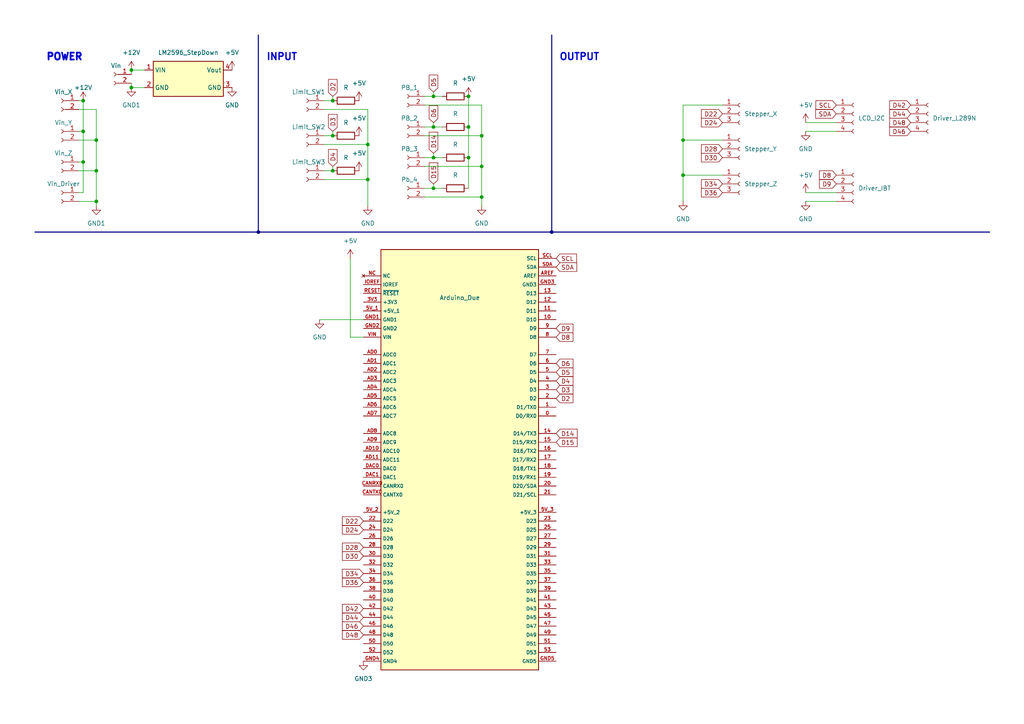
<source format=kicad_sch>
(kicad_sch (version 20211123) (generator eeschema)
  (paper "A4")
  (lib_symbols
    (symbol "Connector:Conn_01x02_Female" (pin_names (offset 1.016) hide)
      (property "Reference" "J" (at 0 2.54 0))
      (property "Value" "Conn_01x02_Female" (at 0 -5.08 0))
      (symbol "Conn_01x02_Female_1_1"
        (arc (start 0 -2.032) (mid -0.508 -2.54) (end 0 -3.048) (stroke (width 0.1524)))
        (polyline (pts (xy -1.27 -2.54) (xy -0.508 -2.54)) (stroke (width 0.1524)))
        (polyline (pts (xy -1.27 0) (xy -0.508 0)) (stroke (width 0.1524)))
        (arc (start 0 0.508) (mid -0.508 0) (end 0 -0.508) (stroke (width 0.1524)))
        (pin passive line (at -5.08 0 0) (length 3.81) (name "Pin_1") (number "1"))
        (pin passive line (at -5.08 -2.54 0) (length 3.81) (name "Pin_2") (number "2"))
      )
    )
    (symbol "Connector:Conn_01x03_Female" (pin_names (offset 1.016) hide)
      (property "Reference" "J" (at 0 5.08 0))
      (property "Value" "Conn_01x03_Female" (at 0 -5.08 0))
      (symbol "Conn_01x03_Female_1_1"
        (arc (start 0 -2.032) (mid -0.508 -2.54) (end 0 -3.048) (stroke (width 0.1524)))
        (polyline (pts (xy -1.27 -2.54) (xy -0.508 -2.54)) (stroke (width 0.1524)))
        (polyline (pts (xy -1.27 0) (xy -0.508 0)) (stroke (width 0.1524)))
        (polyline (pts (xy -1.27 2.54) (xy -0.508 2.54)) (stroke (width 0.1524)))
        (arc (start 0 0.508) (mid -0.508 0) (end 0 -0.508) (stroke (width 0.1524)))
        (arc (start 0 3.048) (mid -0.508 2.54) (end 0 2.032) (stroke (width 0.1524)))
        (pin passive line (at -5.08 2.54 0) (length 3.81) (name "Pin_1") (number "1"))
        (pin passive line (at -5.08 0 0) (length 3.81) (name "Pin_2") (number "2"))
        (pin passive line (at -5.08 -2.54 0) (length 3.81) (name "Pin_3") (number "3"))
      )
    )
    (symbol "Connector:Conn_01x04_Female" (pin_names (offset 1.016) hide)
      (property "Reference" "J" (at 0 5.08 0))
      (property "Value" "Conn_01x04_Female" (at 0 -7.62 0))
      (symbol "Conn_01x04_Female_1_1"
        (arc (start 0 -4.572) (mid -0.508 -5.08) (end 0 -5.588) (stroke (width 0.1524)))
        (arc (start 0 -2.032) (mid -0.508 -2.54) (end 0 -3.048) (stroke (width 0.1524)))
        (polyline (pts (xy -1.27 -5.08) (xy -0.508 -5.08)) (stroke (width 0.1524)))
        (polyline (pts (xy -1.27 -2.54) (xy -0.508 -2.54)) (stroke (width 0.1524)))
        (polyline (pts (xy -1.27 0) (xy -0.508 0)) (stroke (width 0.1524)))
        (polyline (pts (xy -1.27 2.54) (xy -0.508 2.54)) (stroke (width 0.1524)))
        (arc (start 0 0.508) (mid -0.508 0) (end 0 -0.508) (stroke (width 0.1524)))
        (arc (start 0 3.048) (mid -0.508 2.54) (end 0 2.032) (stroke (width 0.1524)))
        (pin passive line (at -5.08 2.54 0) (length 3.81) (name "Pin_1") (number "1"))
        (pin passive line (at -5.08 0 0) (length 3.81) (name "Pin_2") (number "2"))
        (pin passive line (at -5.08 -2.54 0) (length 3.81) (name "Pin_3") (number "3"))
        (pin passive line (at -5.08 -5.08 0) (length 3.81) (name "Pin_4") (number "4"))
      )
    )
    (symbol "Device:R" (pin_numbers hide) (pin_names (offset 0))
      (property "Reference" "R" (at 2.032 0 90))
      (property "Value" "R" (at 0 0 90))
      (symbol "R_0_1"
        (rectangle (start -1.016 -2.54) (end 1.016 2.54) (stroke (width 0.254)))
      )
      (symbol "R_1_1"
        (pin passive line (at 0 3.81 270) (length 1.27) (name "~") (number "1"))
        (pin passive line (at 0 -3.81 90) (length 1.27) (name "~") (number "2"))
      )
    )
    (symbol "LM2596:LM2596_StepDown"
      (property "Reference" "U" (at 0 0 0))
      (property "Value" "LM2596_StepDown" (at 0 6.35 0))
      (symbol "LM2596_StepDown_0_1"
        (rectangle (start -10.16 5.08) (end 10.16 -5.08) (stroke (width 0.254)) (fill (type background)))
      )
      (symbol "LM2596_StepDown_1_1"
        (pin power_in line (at -12.7 2.54 0) (length 2.54) (name "VIN") (number "1"))
        (pin input line (at -12.7 -2.54 0) (length 2.54) (name "GND") (number "2"))
        (pin output line (at 12.7 -2.54 180) (length 2.54) (name "GND") (number "3"))
        (pin input line (at 12.7 2.54 180) (length 2.54) (name "Vout") (number "4"))
      )
    )
    (symbol "MCU_Module:Arduino_Due"
      (property "Reference" "U" (at -1.27 3.81 0))
      (property "Value" "Arduino_Due" (at -2.54 6.35 0))
      (symbol "Arduino_Due_0_0"
        (rectangle (start -21.59 -58.42) (end 24.13 63.5) (stroke (width 0.254)) (fill (type background)))
        (pin bidirectional line (at 29.21 15.24 180) (length 5.08) (name "D0/RX0") (number "0"))
        (pin bidirectional line (at 29.21 17.78 180) (length 5.08) (name "D1/TX0") (number "1"))
        (pin bidirectional line (at 29.21 43.18 180) (length 5.08) (name "D10") (number "10"))
        (pin bidirectional line (at 29.21 45.72 180) (length 5.08) (name "D11") (number "11"))
        (pin bidirectional line (at 29.21 48.26 180) (length 5.08) (name "D12") (number "12"))
        (pin bidirectional line (at 29.21 50.8 180) (length 5.08) (name "D13") (number "13"))
        (pin bidirectional line (at 29.21 10.16 180) (length 5.08) (name "D14/TX3") (number "14"))
        (pin bidirectional line (at 29.21 7.62 180) (length 5.08) (name "D15/RX3") (number "15"))
        (pin bidirectional line (at 29.21 5.08 180) (length 5.08) (name "D16/TX2") (number "16"))
        (pin bidirectional line (at 29.21 2.54 180) (length 5.08) (name "D17/RX2") (number "17"))
        (pin bidirectional line (at 29.21 0 180) (length 5.08) (name "D18/TX1") (number "18"))
        (pin bidirectional line (at 29.21 -2.54 180) (length 5.08) (name "D19/RX1") (number "19"))
        (pin bidirectional line (at 29.21 20.32 180) (length 5.08) (name "D2") (number "2"))
        (pin bidirectional line (at 29.21 -5.08 180) (length 5.08) (name "D20/SDA") (number "20"))
        (pin bidirectional line (at 29.21 -7.62 180) (length 5.08) (name "D21/SCL") (number "21"))
        (pin bidirectional line (at -26.67 -15.24 0) (length 5.08) (name "D22") (number "22"))
        (pin bidirectional line (at 29.21 -15.24 180) (length 5.08) (name "D23") (number "23"))
        (pin bidirectional line (at -26.67 -17.78 0) (length 5.08) (name "D24") (number "24"))
        (pin bidirectional line (at 29.21 -17.78 180) (length 5.08) (name "D25") (number "25"))
        (pin bidirectional line (at -26.67 -20.32 0) (length 5.08) (name "D26") (number "26"))
        (pin bidirectional line (at 29.21 -20.32 180) (length 5.08) (name "D27") (number "27"))
        (pin bidirectional line (at -26.67 -22.86 0) (length 5.08) (name "D28") (number "28"))
        (pin bidirectional line (at 29.21 -22.86 180) (length 5.08) (name "D29") (number "29"))
        (pin bidirectional line (at 29.21 22.86 180) (length 5.08) (name "D3") (number "3"))
        (pin bidirectional line (at -26.67 -25.4 0) (length 5.08) (name "D30") (number "30"))
        (pin bidirectional line (at 29.21 -25.4 180) (length 5.08) (name "D31") (number "31"))
        (pin bidirectional line (at -26.67 -27.94 0) (length 5.08) (name "D32") (number "32"))
        (pin bidirectional line (at 29.21 -27.94 180) (length 5.08) (name "D33") (number "33"))
        (pin bidirectional line (at -26.67 -30.48 0) (length 5.08) (name "D34") (number "34"))
        (pin bidirectional line (at 29.21 -30.48 180) (length 5.08) (name "D35") (number "35"))
        (pin bidirectional line (at -26.67 -33.02 0) (length 5.08) (name "D36") (number "36"))
        (pin bidirectional line (at 29.21 -33.02 180) (length 5.08) (name "D37") (number "37"))
        (pin bidirectional line (at -26.67 -35.56 0) (length 5.08) (name "D38") (number "38"))
        (pin bidirectional line (at 29.21 -35.56 180) (length 5.08) (name "D39") (number "39"))
        (pin power_in line (at -26.67 48.26 0) (length 5.08) (name "+3V3") (number "3V3"))
        (pin bidirectional line (at 29.21 25.4 180) (length 5.08) (name "D4") (number "4"))
        (pin bidirectional line (at -26.67 -38.1 0) (length 5.08) (name "D40") (number "40"))
        (pin bidirectional line (at 29.21 -38.1 180) (length 5.08) (name "D41") (number "41"))
        (pin bidirectional line (at -26.67 -40.64 0) (length 5.08) (name "D42") (number "42"))
        (pin bidirectional line (at 29.21 -40.64 180) (length 5.08) (name "D43") (number "43"))
        (pin bidirectional line (at -26.67 -43.18 0) (length 5.08) (name "D44") (number "44"))
        (pin bidirectional line (at 29.21 -43.18 180) (length 5.08) (name "D45") (number "45"))
        (pin bidirectional line (at -26.67 -45.72 0) (length 5.08) (name "D46") (number "46"))
        (pin bidirectional line (at 29.21 -45.72 180) (length 5.08) (name "D47") (number "47"))
        (pin bidirectional line (at -26.67 -48.26 0) (length 5.08) (name "D48") (number "48"))
        (pin bidirectional line (at 29.21 -48.26 180) (length 5.08) (name "D49") (number "49"))
        (pin bidirectional line (at 29.21 27.94 180) (length 5.08) (name "D5") (number "5"))
        (pin bidirectional line (at -26.67 -50.8 0) (length 5.08) (name "D50") (number "50"))
        (pin bidirectional line (at 29.21 -50.8 180) (length 5.08) (name "D51") (number "51"))
        (pin bidirectional line (at -26.67 -53.34 0) (length 5.08) (name "D52") (number "52"))
        (pin bidirectional line (at 29.21 -53.34 180) (length 5.08) (name "D53") (number "53"))
        (pin power_in line (at -26.67 45.72 0) (length 5.08) (name "+5V_1") (number "5V_1"))
        (pin power_in line (at -26.67 -12.7 0) (length 5.08) (name "+5V_2") (number "5V_2"))
        (pin power_in line (at 29.21 -12.7 180) (length 5.08) (name "+5V_3") (number "5V_3"))
        (pin bidirectional line (at 29.21 30.48 180) (length 5.08) (name "D6") (number "6"))
        (pin bidirectional line (at 29.21 33.02 180) (length 5.08) (name "D7") (number "7"))
        (pin bidirectional line (at 29.21 38.1 180) (length 5.08) (name "D8") (number "8"))
        (pin bidirectional line (at 29.21 40.64 180) (length 5.08) (name "D9") (number "9"))
        (pin bidirectional line (at -26.67 33.02 0) (length 5.08) (name "ADC0") (number "AD0"))
        (pin bidirectional line (at -26.67 30.48 0) (length 5.08) (name "ADC1") (number "AD1"))
        (pin bidirectional line (at -26.67 5.08 0) (length 5.08) (name "ADC10") (number "AD10"))
        (pin bidirectional line (at -26.67 2.54 0) (length 5.08) (name "ADC11") (number "AD11"))
        (pin bidirectional line (at -26.67 27.94 0) (length 5.08) (name "ADC2") (number "AD2"))
        (pin bidirectional line (at -26.67 25.4 0) (length 5.08) (name "ADC3") (number "AD3"))
        (pin bidirectional line (at -26.67 22.86 0) (length 5.08) (name "ADC4") (number "AD4"))
        (pin bidirectional line (at -26.67 20.32 0) (length 5.08) (name "ADC5") (number "AD5"))
        (pin bidirectional line (at -26.67 17.78 0) (length 5.08) (name "ADC6") (number "AD6"))
        (pin bidirectional line (at -26.67 15.24 0) (length 5.08) (name "ADC7") (number "AD7"))
        (pin bidirectional line (at -26.67 10.16 0) (length 5.08) (name "ADC8") (number "AD8"))
        (pin bidirectional line (at -26.67 7.62 0) (length 5.08) (name "ADC9") (number "AD9"))
        (pin input line (at 29.21 55.88 180) (length 5.08) (name "AREF") (number "AREF"))
        (pin bidirectional line (at -26.67 -5.08 0) (length 5.08) (name "CANRX0") (number "CANRX0"))
        (pin bidirectional line (at -26.67 -7.62 0) (length 5.08) (name "CANTX0") (number "CANTX0"))
        (pin bidirectional line (at -26.67 0 0) (length 5.08) (name "DAC0") (number "DAC0"))
        (pin bidirectional line (at -26.67 -2.54 0) (length 5.08) (name "DAC1") (number "DAC1"))
        (pin power_in line (at -26.67 43.18 0) (length 5.08) (name "GND1") (number "GND1"))
        (pin power_in line (at -26.67 40.64 0) (length 5.08) (name "GND2") (number "GND2"))
        (pin power_in line (at 29.21 53.34 180) (length 5.08) (name "GND3") (number "GND3"))
        (pin power_in line (at -26.67 -55.88 0) (length 5.08) (name "GND4") (number "GND4"))
        (pin power_in line (at 29.21 -55.88 180) (length 5.08) (name "GND5") (number "GND5"))
        (pin bidirectional line (at -26.67 53.34 0) (length 5.08) (name "IOREF") (number "IOREF"))
        (pin no_connect line (at -26.67 55.88 0) (length 5.08) (name "NC") (number "NC"))
        (pin input line (at -26.67 50.8 0) (length 5.08) (name "~{RESET}") (number "RESET"))
        (pin bidirectional line (at 29.21 60.96 180) (length 5.08) (name "SCL") (number "SCL"))
        (pin bidirectional line (at 29.21 58.42 180) (length 5.08) (name "SDA") (number "SDA"))
        (pin input line (at -26.67 38.1 0) (length 5.08) (name "VIN") (number "VIN"))
      )
    )
    (symbol "power:+12V" (power) (pin_names (offset 0))
      (property "Value" "+12V" (at 0 3.556 0))
      (symbol "+12V_0_1"
        (polyline (pts (xy -0.762 1.27) (xy 0 2.54)))
        (polyline (pts (xy 0 0) (xy 0 2.54)))
        (polyline (pts (xy 0 2.54) (xy 0.762 1.27)))
      )
      (symbol "+12V_1_1"
        (pin power_in line (at 0 0 90) (length 0) hide (name "+12V") (number "1"))
      )
    )
    (symbol "power:+5V" (power) (pin_names (offset 0))
      (property "Value" "+5V" (at 0 3.556 0))
      (symbol "+5V_0_1"
        (polyline (pts (xy -0.762 1.27) (xy 0 2.54)))
        (polyline (pts (xy 0 0) (xy 0 2.54)))
        (polyline (pts (xy 0 2.54) (xy 0.762 1.27)))
      )
      (symbol "+5V_1_1"
        (pin power_in line (at 0 0 90) (length 0) hide (name "+5V") (number "1"))
      )
    )
    (symbol "power:GND" (power) (pin_names (offset 0))
      (property "Value" "GND" (at 0 -3.81 0))
      (symbol "GND_0_1"
        (polyline (pts (xy 0 0) (xy 0 -1.27) (xy 1.27 -1.27) (xy 0 -2.54) (xy -1.27 -1.27) (xy 0 -1.27)))
      )
      (symbol "GND_1_1"
        (pin power_in line (at 0 0 270) (length 0) hide (name "GND") (number "1"))
      )
    )
    (symbol "power:GND1" (power) (pin_names (offset 0))
      (property "Value" "GND1" (at 0 -3.81 0))
      (symbol "GND1_0_1"
        (polyline (pts (xy 0 0) (xy 0 -1.27) (xy 1.27 -1.27) (xy 0 -2.54) (xy -1.27 -1.27) (xy 0 -1.27)))
      )
      (symbol "GND1_1_1"
        (pin power_in line (at 0 0 270) (length 0) hide (name "GND1") (number "1"))
      )
    )
    (symbol "power:GND3" (power) (pin_names (offset 0))
      (property "Value" "GND3" (at 0 -3.81 0))
      (symbol "GND3_0_1"
        (polyline (pts (xy 0 0) (xy 0 -1.27) (xy 1.27 -1.27) (xy 0 -2.54) (xy -1.27 -1.27) (xy 0 -1.27)))
      )
      (symbol "GND3_1_1"
        (pin power_in line (at 0 0 270) (length 0) hide (name "GND3") (number "1"))
      )
    )
  )
  (junction (at 125.73 45.72))
  (junction (at 24.13 46.99))
  (junction (at 24.13 38.1))
  (junction (at 135.89 27.94))
  (junction (at 27.94 40.64))
  (junction (at 24.13 29.21))
  (junction (at 160.02 67.31))
  (junction (at 139.7 39.37))
  (junction (at 135.89 45.72))
  (junction (at 125.73 54.61))
  (junction (at 106.68 52.07))
  (junction (at 139.7 48.26))
  (junction (at 198.12 50.8))
  (junction (at 27.94 58.42))
  (junction (at 135.89 36.83))
  (junction (at 27.94 49.53))
  (junction (at 139.7 57.15))
  (junction (at 125.73 27.94))
  (junction (at 96.52 29.21))
  (junction (at 106.68 41.91))
  (junction (at 74.93 67.31))
  (junction (at 38.1 25.4))
  (junction (at 38.1 20.32))
  (junction (at 198.12 40.64))
  (junction (at 96.52 49.53))
  (junction (at 125.73 36.83))
  (junction (at 96.52 39.37))
  (wire (pts (xy 123.19 39.37) (xy 139.7 39.37)))
  (wire (pts (xy 139.7 30.48) (xy 139.7 39.37)))
  (wire (pts (xy 24.13 38.1) (xy 24.13 29.21)))
  (bus (pts (xy 10.16 67.31) (xy 74.93 67.31)))
  (wire (pts (xy 24.13 46.99) (xy 24.13 38.1)))
  (wire (pts (xy 105.41 97.79) (xy 101.6 97.79)))
  (wire (pts (xy 198.12 50.8) (xy 198.12 58.42)))
  (wire (pts (xy 125.73 44.45) (xy 125.73 45.72)))
  (wire (pts (xy 38.1 20.32) (xy 38.1 21.59)))
  (wire (pts (xy 139.7 39.37) (xy 139.7 48.26)))
  (wire (pts (xy 242.57 35.56) (xy 233.68 35.56)))
  (wire (pts (xy 125.73 45.72) (xy 128.27 45.72)))
  (wire (pts (xy 123.19 54.61) (xy 125.73 54.61)))
  (wire (pts (xy 22.86 31.75) (xy 27.94 31.75)))
  (wire (pts (xy 125.73 35.56) (xy 125.73 36.83)))
  (wire (pts (xy 123.19 36.83) (xy 125.73 36.83)))
  (bus (pts (xy 160.02 67.31) (xy 287.02 67.31)))
  (wire (pts (xy 209.55 50.8) (xy 198.12 50.8)))
  (wire (pts (xy 125.73 27.94) (xy 128.27 27.94)))
  (wire (pts (xy 125.73 36.83) (xy 128.27 36.83)))
  (wire (pts (xy 24.13 29.21) (xy 22.86 29.21)))
  (wire (pts (xy 96.52 48.26) (xy 96.52 49.53)))
  (wire (pts (xy 106.68 59.69) (xy 106.68 52.07)))
  (wire (pts (xy 41.91 20.32) (xy 38.1 20.32)))
  (wire (pts (xy 135.89 54.61) (xy 135.89 45.72)))
  (wire (pts (xy 24.13 55.88) (xy 24.13 46.99)))
  (wire (pts (xy 38.1 24.13) (xy 38.1 25.4)))
  (wire (pts (xy 123.19 48.26) (xy 139.7 48.26)))
  (wire (pts (xy 92.71 92.71) (xy 105.41 92.71)))
  (wire (pts (xy 139.7 57.15) (xy 139.7 59.69)))
  (wire (pts (xy 209.55 40.64) (xy 198.12 40.64)))
  (wire (pts (xy 242.57 55.88) (xy 233.68 55.88)))
  (wire (pts (xy 135.89 36.83) (xy 135.89 45.72)))
  (wire (pts (xy 96.52 38.1) (xy 96.52 39.37)))
  (wire (pts (xy 22.86 46.99) (xy 24.13 46.99)))
  (wire (pts (xy 22.86 49.53) (xy 27.94 49.53)))
  (bus (pts (xy 74.93 67.31) (xy 160.02 67.31)))
  (wire (pts (xy 93.98 31.75) (xy 106.68 31.75)))
  (wire (pts (xy 27.94 49.53) (xy 27.94 58.42)))
  (wire (pts (xy 27.94 59.69) (xy 27.94 58.42)))
  (wire (pts (xy 125.73 54.61) (xy 128.27 54.61)))
  (bus (pts (xy 74.93 10.16) (xy 74.93 67.31)))
  (wire (pts (xy 123.19 57.15) (xy 139.7 57.15)))
  (wire (pts (xy 198.12 30.48) (xy 198.12 40.64)))
  (wire (pts (xy 123.19 27.94) (xy 125.73 27.94)))
  (wire (pts (xy 209.55 30.48) (xy 198.12 30.48)))
  (wire (pts (xy 106.68 41.91) (xy 106.68 52.07)))
  (wire (pts (xy 93.98 39.37) (xy 96.52 39.37)))
  (wire (pts (xy 93.98 29.21) (xy 96.52 29.21)))
  (wire (pts (xy 106.68 52.07) (xy 93.98 52.07)))
  (wire (pts (xy 27.94 40.64) (xy 27.94 49.53)))
  (wire (pts (xy 22.86 58.42) (xy 27.94 58.42)))
  (wire (pts (xy 139.7 48.26) (xy 139.7 57.15)))
  (wire (pts (xy 242.57 58.42) (xy 233.68 58.42)))
  (wire (pts (xy 123.19 30.48) (xy 139.7 30.48)))
  (wire (pts (xy 125.73 26.67) (xy 125.73 27.94)))
  (wire (pts (xy 22.86 40.64) (xy 27.94 40.64)))
  (wire (pts (xy 93.98 41.91) (xy 106.68 41.91)))
  (bus (pts (xy 160.02 10.16) (xy 160.02 67.31)))
  (wire (pts (xy 106.68 31.75) (xy 106.68 41.91)))
  (wire (pts (xy 93.98 49.53) (xy 96.52 49.53)))
  (wire (pts (xy 135.89 36.83) (xy 135.89 27.94)))
  (wire (pts (xy 198.12 40.64) (xy 198.12 50.8)))
  (wire (pts (xy 123.19 45.72) (xy 125.73 45.72)))
  (wire (pts (xy 27.94 31.75) (xy 27.94 40.64)))
  (wire (pts (xy 96.52 27.94) (xy 96.52 29.21)))
  (wire (pts (xy 22.86 38.1) (xy 24.13 38.1)))
  (wire (pts (xy 101.6 97.79) (xy 101.6 74.93)))
  (wire (pts (xy 22.86 55.88) (xy 24.13 55.88)))
  (wire (pts (xy 125.73 53.34) (xy 125.73 54.61)))
  (wire (pts (xy 41.91 25.4) (xy 38.1 25.4)))
  (wire (pts (xy 242.57 38.1) (xy 233.68 38.1)))
  (text "INPUT" (at 86.36 17.78 180) (effects (font (size 2 2) bold) (justify right bottom)))
  (text "OUTPUT" (at 173.99 17.78 180) (effects (font (size 2 2) bold) (justify right bottom)))
  (text "POWER" (at 24.13 17.78 180) (effects (font (size 2 2) (thickness 2.4) bold) (justify right bottom)))
  (global_label "D28" (shape input) (at 105.41 158.75 180) (property "Intersheet References" "${INTERSHEET_REFS}" (effects hide)))
  (global_label "SDA" (shape input) (at 161.29 77.47 0) (property "Intersheet References" "${INTERSHEET_REFS}" (effects hide)))
  (global_label "D8" (shape input) (at 161.29 97.79 0) (property "Intersheet References" "${INTERSHEET_REFS}" (effects hide)))
  (global_label "D22" (shape input) (at 209.55 33.02 180) (property "Intersheet References" "${INTERSHEET_REFS}" (effects hide)))
  (global_label "D46" (shape input) (at 105.41 181.61 180) (property "Intersheet References" "${INTERSHEET_REFS}" (effects hide)))
  (global_label "D9" (shape input) (at 242.57 53.34 180) (property "Intersheet References" "${INTERSHEET_REFS}" (effects hide)))
  (global_label "D34" (shape input) (at 209.55 53.34 180) (property "Intersheet References" "${INTERSHEET_REFS}" (effects hide)))
  (global_label "D2" (shape input) (at 161.29 115.57 0) (property "Intersheet References" "${INTERSHEET_REFS}" (effects hide)))
  (global_label "D9" (shape input) (at 161.29 95.25 0) (property "Intersheet References" "${INTERSHEET_REFS}" (effects hide)))
  (global_label "D42" (shape input) (at 105.41 176.53 180) (property "Intersheet References" "${INTERSHEET_REFS}" (effects hide)))
  (global_label "D3" (shape input) (at 161.29 113.03 0) (property "Intersheet References" "${INTERSHEET_REFS}" (effects hide)))
  (global_label "D22" (shape input) (at 105.41 151.13 180) (property "Intersheet References" "${INTERSHEET_REFS}" (effects hide)))
  (global_label "D24" (shape input) (at 105.41 153.67 180) (property "Intersheet References" "${INTERSHEET_REFS}" (effects hide)))
  (global_label "D44" (shape input) (at 264.16 33.02 180) (property "Intersheet References" "${INTERSHEET_REFS}" (effects hide)))
  (global_label "D8" (shape input) (at 242.57 50.8 180) (property "Intersheet References" "${INTERSHEET_REFS}" (effects hide)))
  (global_label "D14" (shape input) (at 161.29 125.73 0) (property "Intersheet References" "${INTERSHEET_REFS}" (effects hide)))
  (global_label "D5" (shape input) (at 125.73 26.67 90) (property "Intersheet References" "${INTERSHEET_REFS}" (effects hide)))
  (global_label "D30" (shape input) (at 209.55 45.72 180) (property "Intersheet References" "${INTERSHEET_REFS}" (effects hide)))
  (global_label "D42" (shape input) (at 264.16 30.48 180) (property "Intersheet References" "${INTERSHEET_REFS}" (effects hide)))
  (global_label "D28" (shape input) (at 209.55 43.18 180) (property "Intersheet References" "${INTERSHEET_REFS}" (effects hide)))
  (global_label "D5" (shape input) (at 161.29 107.95 0) (property "Intersheet References" "${INTERSHEET_REFS}" (effects hide)))
  (global_label "D4" (shape input) (at 96.52 48.26 90) (property "Intersheet References" "${INTERSHEET_REFS}" (effects hide)))
  (global_label "D15" (shape input) (at 161.29 128.27 0) (property "Intersheet References" "${INTERSHEET_REFS}" (effects hide)))
  (global_label "D3" (shape input) (at 96.52 38.1 90) (property "Intersheet References" "${INTERSHEET_REFS}" (effects hide)))
  (global_label "D15" (shape input) (at 125.73 53.34 90) (property "Intersheet References" "${INTERSHEET_REFS}" (effects hide)))
  (global_label "SCL" (shape input) (at 242.57 30.48 180) (property "Intersheet References" "${INTERSHEET_REFS}" (effects hide)))
  (global_label "D6" (shape input) (at 161.29 105.41 0) (property "Intersheet References" "${INTERSHEET_REFS}" (effects hide)))
  (global_label "D30" (shape input) (at 105.41 161.29 180) (property "Intersheet References" "${INTERSHEET_REFS}" (effects hide)))
  (global_label "D34" (shape input) (at 105.41 166.37 180) (property "Intersheet References" "${INTERSHEET_REFS}" (effects hide)))
  (global_label "D6" (shape input) (at 125.73 35.56 90) (property "Intersheet References" "${INTERSHEET_REFS}" (effects hide)))
  (global_label "D48" (shape input) (at 105.41 184.15 180) (property "Intersheet References" "${INTERSHEET_REFS}" (effects hide)))
  (global_label "D2" (shape input) (at 96.52 27.94 90) (property "Intersheet References" "${INTERSHEET_REFS}" (effects hide)))
  (global_label "D24" (shape input) (at 209.55 35.56 180) (property "Intersheet References" "${INTERSHEET_REFS}" (effects hide)))
  (global_label "D46" (shape input) (at 264.16 38.1 180) (property "Intersheet References" "${INTERSHEET_REFS}" (effects hide)))
  (global_label "SDA" (shape input) (at 242.57 33.02 180) (property "Intersheet References" "${INTERSHEET_REFS}" (effects hide)))
  (global_label "D36" (shape input) (at 209.55 55.88 180) (property "Intersheet References" "${INTERSHEET_REFS}" (effects hide)))
  (global_label "SCL" (shape input) (at 161.29 74.93 0) (property "Intersheet References" "${INTERSHEET_REFS}" (effects hide)))
  (global_label "D4" (shape input) (at 161.29 110.49 0) (property "Intersheet References" "${INTERSHEET_REFS}" (effects hide)))
  (global_label "D36" (shape input) (at 105.41 168.91 180) (property "Intersheet References" "${INTERSHEET_REFS}" (effects hide)))
  (global_label "D44" (shape input) (at 105.41 179.07 180) (property "Intersheet References" "${INTERSHEET_REFS}" (effects hide)))
  (global_label "D48" (shape input) (at 264.16 35.56 180) (property "Intersheet References" "${INTERSHEET_REFS}" (effects hide)))
  (global_label "D14" (shape input) (at 125.73 44.45 90) (property "Intersheet References" "${INTERSHEET_REFS}" (effects hide)))
  (symbol (lib_id "Connector:Conn_01x02_Female") (at 118.11 54.61 0) (mirror y) (unit 1)
    (property "Reference" "J16" (effects hide))
    (property "Value" "Pb_4" (at 118.745 52.07 0))
    (property "Footprint" "Connector_PinSocket_2.54mm:PinSocket_1x02_P2.54mm_Vertical" (effects hide))
  )
  (symbol (lib_id "Device:R") (at 132.08 27.94 270) (unit 1)
    (property "Reference" "R4" (effects hide))
    (property "Value" "R" (at 132.08 24.13 90))
    (property "Footprint" "Resistor_THT:R_Axial_DIN0204_L3.6mm_D1.6mm_P7.62mm_Horizontal" (effects hide))
  )
  (symbol (lib_id "Connector:Conn_01x02_Female") (at 17.78 38.1 0) (mirror y) (unit 1)
    (property "Reference" "J13" (effects hide))
    (property "Value" "Vin_Y" (at 18.415 35.56 0))
    (property "Footprint" "Connector_TerminalBloks:TE_282837-2" (effects hide))
  )
  (symbol (lib_id "Connector:Conn_01x02_Female") (at 118.11 45.72 0) (mirror y) (unit 1)
    (property "Reference" "J15" (effects hide))
    (property "Value" "PB_3" (at 118.745 43.18 0))
    (property "Footprint" "Connector_PinSocket_2.54mm:PinSocket_1x02_P2.54mm_Vertical" (effects hide))
  )
  (symbol (lib_id "power:GND3") (at 105.41 191.77 0) (unit 1)
    (property "Reference" "#PWR0123" (effects hide))
    (property "Value" "GND3" (at 105.41 196.85 0))
  )
  (symbol (lib_id "Connector:Conn_01x04_Female") (at 269.24 33.02 0) (unit 1)
    (property "Reference" "J17" (effects hide))
    (property "Value" "Driver_L289N" (at 270.51 34.2899 0) (effects (justify left)))
    (property "Footprint" "Connector_PinSocket_2.54mm:PinSocket_1x04_P2.54mm_Vertical" (effects hide))
  )
  (symbol (lib_id "Connector:Conn_01x04_Female") (at 247.65 53.34 0) (unit 1)
    (property "Reference" "J11" (effects hide))
    (property "Value" "Driver_IBT" (at 248.92 54.6099 0) (effects (justify left)))
    (property "Footprint" "Connector_PinSocket_2.54mm:PinSocket_1x04_P2.54mm_Vertical" (effects hide))
  )
  (symbol (lib_id "power:+5V") (at 104.14 49.53 0) (unit 1)
    (property "Reference" "#PWR0101" (effects hide))
    (property "Value" "+5V" (at 104.14 44.45 0))
  )
  (symbol (lib_id "Connector:Conn_01x02_Female") (at 17.78 55.88 0) (mirror y) (unit 1)
    (property "Reference" "J18" (effects hide))
    (property "Value" "Vin_Driver" (at 18.415 53.34 0))
    (property "Footprint" "Connector_TerminalBloks:TE_282837-2" (effects hide))
  )
  (symbol (lib_id "power:GND1") (at 38.1 25.4 0) (unit 1)
    (property "Reference" "#PWR0119" (effects hide))
    (property "Value" "GND1" (at 38.1 30.48 0))
  )
  (symbol (lib_id "Connector:Conn_01x02_Female") (at 118.11 36.83 0) (mirror y) (unit 1)
    (property "Reference" "J6" (effects hide))
    (property "Value" "PB_2" (at 118.745 34.29 0))
    (property "Footprint" "Connector_PinSocket_2.54mm:PinSocket_1x02_P2.54mm_Vertical" (effects hide))
  )
  (symbol (lib_id "power:GND") (at 233.68 38.1 0) (unit 1)
    (property "Reference" "#PWR0109" (effects hide))
    (property "Value" "GND" (at 233.68 43.18 0))
  )
  (symbol (lib_id "Connector:Conn_01x02_Female") (at 118.11 27.94 0) (mirror y) (unit 1)
    (property "Reference" "J5" (effects hide))
    (property "Value" "PB_1" (at 118.745 25.4 0))
    (property "Footprint" "Connector_PinSocket_2.54mm:PinSocket_1x02_P2.54mm_Vertical" (effects hide))
  )
  (symbol (lib_id "MCU_Module:Arduino_Due") (at 132.08 135.89 0) (unit 1)
    (property "Reference" "U1" (effects hide))
    (property "Value" "Arduino_Due" (at 133.35 86.36 0))
    (property "Footprint" "Module:Arduino_Due" (effects hide))
  )
  (symbol (lib_id "Connector:Conn_01x03_Female") (at 214.63 53.34 0) (unit 1)
    (property "Reference" "J9" (effects hide))
    (property "Value" "Stepper_Z" (at 215.9 53.3399 0) (effects (justify left)))
    (property "Footprint" "Connector_PinSocket_2.54mm:PinSocket_1x03_P2.54mm_Vertical" (effects hide))
  )
  (symbol (lib_id "power:+5V") (at 233.68 35.56 0) (unit 1)
    (property "Reference" "#PWR0108" (effects hide))
    (property "Value" "+5V" (at 233.68 30.48 0))
  )
  (symbol (lib_id "power:GND") (at 106.68 59.69 0) (unit 1)
    (property "Reference" "#PWR0103" (effects hide))
    (property "Value" "GND" (at 106.68 64.77 0))
  )
  (symbol (lib_id "power:GND") (at 67.31 25.4 0) (unit 1)
    (property "Reference" "#PWR0114" (effects hide))
    (property "Value" "GND" (at 67.31 30.48 0))
  )
  (symbol (lib_id "power:+12V") (at 24.13 29.21 0) (unit 1)
    (property "Reference" "#PWR0118" (effects hide))
    (property "Value" "+12V" (at 24.13 25.4 0))
  )
  (symbol (lib_id "power:+5V") (at 101.6 74.93 0) (unit 1)
    (property "Reference" "#PWR0116" (effects hide))
    (property "Value" "+5V" (at 101.6 69.85 0))
  )
  (symbol (lib_id "Connector:Conn_01x02_Female") (at 17.78 46.99 0) (mirror y) (unit 1)
    (property "Reference" "J14" (effects hide))
    (property "Value" "Vin_Z" (at 18.415 44.45 0))
    (property "Footprint" "Connector_TerminalBloks:TE_282837-2" (effects hide))
  )
  (symbol (lib_id "power:GND1") (at 27.94 59.69 0) (unit 1)
    (property "Reference" "#PWR0122" (effects hide))
    (property "Value" "GND1" (at 27.94 64.77 0))
  )
  (symbol (lib_id "Device:R") (at 100.33 29.21 270) (unit 1)
    (property "Reference" "R1" (effects hide))
    (property "Value" "R" (at 100.33 25.4 90))
    (property "Footprint" "Resistor_THT:R_Axial_DIN0204_L3.6mm_D1.6mm_P7.62mm_Horizontal" (effects hide))
  )
  (symbol (lib_id "Device:R") (at 132.08 36.83 270) (unit 1)
    (property "Reference" "R5" (effects hide))
    (property "Value" "R" (at 132.08 33.02 90))
    (property "Footprint" "Resistor_THT:R_Axial_DIN0204_L3.6mm_D1.6mm_P7.62mm_Horizontal" (effects hide))
  )
  (symbol (lib_id "power:GND") (at 139.7 59.69 0) (unit 1)
    (property "Reference" "#PWR0104" (effects hide))
    (property "Value" "GND" (at 139.7 64.77 0))
  )
  (symbol (lib_id "power:+5V") (at 233.68 55.88 0) (unit 1)
    (property "Reference" "#PWR0105" (effects hide))
    (property "Value" "+5V" (at 233.68 50.8 0))
  )
  (symbol (lib_id "power:+5V") (at 104.14 39.37 0) (unit 1)
    (property "Reference" "#PWR0110" (effects hide))
    (property "Value" "+5V" (at 104.14 34.29 0))
  )
  (symbol (lib_id "Connector:Conn_01x02_Female") (at 88.9 39.37 0) (mirror y) (unit 1)
    (property "Reference" "J3" (effects hide))
    (property "Value" "Limit_SW2" (at 89.535 36.83 0))
    (property "Footprint" "Connector_PinSocket_2.54mm:PinSocket_1x02_P2.54mm_Vertical" (effects hide))
  )
  (symbol (lib_id "Connector:Conn_01x02_Female") (at 17.78 29.21 0) (mirror y) (unit 1)
    (property "Reference" "J12" (effects hide))
    (property "Value" "Vin_X" (at 18.415 26.67 0))
    (property "Footprint" "Connector_TerminalBloks:TE_282837-2" (effects hide))
  )
  (symbol (lib_id "power:GND") (at 92.71 92.71 0) (unit 1)
    (property "Reference" "#PWR0115" (effects hide))
    (property "Value" "GND" (at 92.71 97.79 0))
  )
  (symbol (lib_id "Connector:Conn_01x04_Female") (at 247.65 33.02 0) (unit 1)
    (property "Reference" "J10" (effects hide))
    (property "Value" "LCD_I2C" (at 248.92 34.2899 0) (effects (justify left)))
    (property "Footprint" "Connector_PinSocket_2.54mm:PinSocket_1x04_P2.54mm_Vertical" (effects hide))
  )
  (symbol (lib_id "Connector:Conn_01x02_Female") (at 88.9 49.53 0) (mirror y) (unit 1)
    (property "Reference" "J4" (effects hide))
    (property "Value" "Limit_SW3" (at 89.535 46.99 0))
    (property "Footprint" "Connector_PinSocket_2.54mm:PinSocket_1x02_P2.54mm_Vertical" (effects hide))
  )
  (symbol (lib_id "power:+5V") (at 67.31 20.32 0) (unit 1)
    (property "Reference" "#PWR0112" (effects hide))
    (property "Value" "+5V" (at 67.31 15.24 0))
  )
  (symbol (lib_id "Device:R") (at 100.33 39.37 270) (unit 1)
    (property "Reference" "R2" (effects hide))
    (property "Value" "R" (at 100.33 35.56 90))
    (property "Footprint" "Resistor_THT:R_Axial_DIN0204_L3.6mm_D1.6mm_P7.62mm_Horizontal" (effects hide))
  )
  (symbol (lib_id "power:+5V") (at 135.89 27.94 0) (unit 1)
    (property "Reference" "#PWR0111" (effects hide))
    (property "Value" "+5V" (at 135.89 22.86 0))
  )
  (symbol (lib_id "Connector:Conn_01x02_Female") (at 33.02 21.59 0) (mirror y) (unit 1)
    (property "Reference" "J1" (effects hide))
    (property "Value" "Vin" (at 33.655 19.05 0))
    (property "Footprint" "Connector_TerminalBloks:TE_282837-2" (effects hide))
  )
  (symbol (lib_id "Device:R") (at 132.08 54.61 270) (unit 1)
    (property "Reference" "R7" (effects hide))
    (property "Value" "R" (at 132.08 50.8 90))
    (property "Footprint" "Resistor_THT:R_Axial_DIN0204_L3.6mm_D1.6mm_P7.62mm_Horizontal" (effects hide))
  )
  (symbol (lib_id "Connector:Conn_01x02_Female") (at 88.9 29.21 0) (mirror y) (unit 1)
    (property "Reference" "J2" (effects hide))
    (property "Value" "Limit_SW1" (at 89.535 26.67 0))
    (property "Footprint" "Connector_PinSocket_2.54mm:PinSocket_1x02_P2.54mm_Vertical" (effects hide))
  )
  (symbol (lib_id "power:+5V") (at 104.14 29.21 0) (unit 1)
    (property "Reference" "#PWR0113" (effects hide))
    (property "Value" "+5V" (at 104.14 24.13 0))
  )
  (symbol (lib_id "Connector:Conn_01x03_Female") (at 214.63 33.02 0) (unit 1)
    (property "Reference" "J7" (effects hide))
    (property "Value" "Stepper_X" (at 215.9 33.0199 0) (effects (justify left)))
    (property "Footprint" "Connector_PinSocket_2.54mm:PinSocket_1x03_P2.54mm_Vertical" (effects hide))
  )
  (symbol (lib_id "Device:R") (at 132.08 45.72 270) (unit 1)
    (property "Reference" "R6" (effects hide))
    (property "Value" "R" (at 132.08 41.91 90))
    (property "Footprint" "Resistor_THT:R_Axial_DIN0204_L3.6mm_D1.6mm_P7.62mm_Horizontal" (effects hide))
  )
  (symbol (lib_id "Device:R") (at 100.33 49.53 270) (unit 1)
    (property "Reference" "R3" (effects hide))
    (property "Value" "R" (at 100.33 45.72 90))
    (property "Footprint" "Resistor_THT:R_Axial_DIN0204_L3.6mm_D1.6mm_P7.62mm_Horizontal" (effects hide))
  )
  (symbol (lib_id "power:GND") (at 233.68 58.42 0) (unit 1)
    (property "Reference" "#PWR0106" (effects hide))
    (property "Value" "GND" (at 233.68 63.5 0))
  )
  (symbol (lib_id "Connector:Conn_01x03_Female") (at 214.63 43.18 0) (unit 1)
    (property "Reference" "J8" (effects hide))
    (property "Value" "Stepper_Y" (at 215.9 43.1799 0) (effects (justify left)))
    (property "Footprint" "Connector_PinSocket_2.54mm:PinSocket_1x03_P2.54mm_Vertical" (effects hide))
  )
  (symbol (lib_id "power:+12V") (at 38.1 20.32 0) (unit 1)
    (property "Reference" "#PWR0120" (effects hide))
    (property "Value" "+12V" (at 38.1 15.24 0))
  )
  (symbol (lib_id "LM2596:LM2596_StepDown") (at 54.61 22.86 0) (unit 1)
    (property "Reference" "U2" (effects hide))
    (property "Value" "LM2596_StepDown" (at 54.61 15.24 0))
    (property "Footprint" "Module:StepDown_LM2596" (effects hide))
  )
  (symbol (lib_id "power:GND") (at 198.12 58.42 0) (unit 1)
    (property "Reference" "#PWR0102" (effects hide))
    (property "Value" "GND" (at 198.12 63.5 0))
  )
)
</source>
